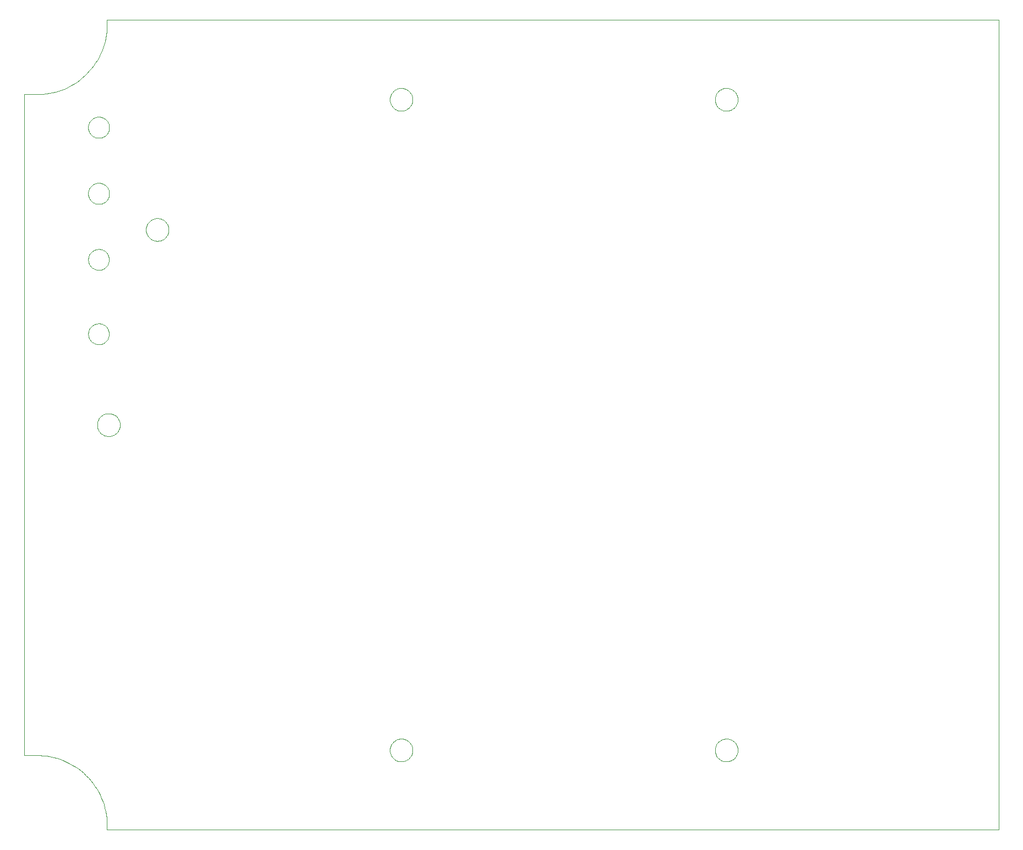
<source format=gbp>
G75*
G70*
%OFA0B0*%
%FSLAX24Y24*%
%IPPOS*%
%LPD*%
%AMOC8*
5,1,8,0,0,1.08239X$1,22.5*
%
%ADD10C,0.0000*%
D10*
X003675Y007675D02*
X003884Y007682D01*
X004093Y007679D01*
X004301Y007665D01*
X004509Y007642D01*
X004715Y007608D01*
X004919Y007564D01*
X005121Y007510D01*
X005320Y007447D01*
X005516Y007374D01*
X005708Y007291D01*
X005895Y007199D01*
X006078Y007097D01*
X006256Y006987D01*
X006428Y006869D01*
X006594Y006742D01*
X006753Y006607D01*
X006906Y006464D01*
X007051Y006314D01*
X007189Y006157D01*
X007320Y005994D01*
X007442Y005824D01*
X007555Y005649D01*
X007660Y005468D01*
X007756Y005282D01*
X007842Y005092D01*
X007919Y004898D01*
X007987Y004700D01*
X008044Y004499D01*
X008092Y004296D01*
X008130Y004090D01*
X008157Y003883D01*
X008175Y003675D01*
X008175Y003175D01*
X062175Y003175D01*
X062175Y052175D01*
X008175Y052175D01*
X008175Y051675D01*
X008158Y051473D01*
X008132Y051272D01*
X008096Y051073D01*
X008051Y050875D01*
X007996Y050680D01*
X007932Y050488D01*
X007859Y050299D01*
X007777Y050113D01*
X007687Y049932D01*
X007588Y049756D01*
X007480Y049584D01*
X007365Y049417D01*
X007242Y049256D01*
X007111Y049102D01*
X006973Y048953D01*
X006828Y048811D01*
X006677Y048677D01*
X006519Y048550D01*
X006355Y048430D01*
X006186Y048318D01*
X006012Y048215D01*
X005833Y048120D01*
X005650Y048033D01*
X005463Y047956D01*
X005272Y047887D01*
X005079Y047827D01*
X004882Y047777D01*
X004684Y047736D01*
X004484Y047705D01*
X004282Y047683D01*
X004080Y047671D01*
X003878Y047668D01*
X003675Y047675D01*
X003175Y047675D01*
X003175Y007675D01*
X003675Y007675D01*
X025301Y007990D02*
X025303Y008042D01*
X025309Y008094D01*
X025319Y008145D01*
X025332Y008195D01*
X025350Y008245D01*
X025371Y008292D01*
X025395Y008338D01*
X025424Y008382D01*
X025455Y008424D01*
X025489Y008463D01*
X025526Y008500D01*
X025566Y008533D01*
X025609Y008564D01*
X025653Y008591D01*
X025699Y008615D01*
X025748Y008635D01*
X025797Y008651D01*
X025848Y008664D01*
X025899Y008673D01*
X025951Y008678D01*
X026003Y008679D01*
X026055Y008676D01*
X026107Y008669D01*
X026158Y008658D01*
X026208Y008644D01*
X026257Y008625D01*
X026304Y008603D01*
X026349Y008578D01*
X026393Y008549D01*
X026434Y008517D01*
X026473Y008482D01*
X026508Y008444D01*
X026541Y008403D01*
X026571Y008361D01*
X026597Y008316D01*
X026620Y008269D01*
X026639Y008220D01*
X026655Y008170D01*
X026667Y008120D01*
X026675Y008068D01*
X026679Y008016D01*
X026679Y007964D01*
X026675Y007912D01*
X026667Y007860D01*
X026655Y007810D01*
X026639Y007760D01*
X026620Y007711D01*
X026597Y007664D01*
X026571Y007619D01*
X026541Y007577D01*
X026508Y007536D01*
X026473Y007498D01*
X026434Y007463D01*
X026393Y007431D01*
X026349Y007402D01*
X026304Y007377D01*
X026257Y007355D01*
X026208Y007336D01*
X026158Y007322D01*
X026107Y007311D01*
X026055Y007304D01*
X026003Y007301D01*
X025951Y007302D01*
X025899Y007307D01*
X025848Y007316D01*
X025797Y007329D01*
X025748Y007345D01*
X025699Y007365D01*
X025653Y007389D01*
X025609Y007416D01*
X025566Y007447D01*
X025526Y007480D01*
X025489Y007517D01*
X025455Y007556D01*
X025424Y007598D01*
X025395Y007642D01*
X025371Y007688D01*
X025350Y007735D01*
X025332Y007785D01*
X025319Y007835D01*
X025309Y007886D01*
X025303Y007938D01*
X025301Y007990D01*
X044986Y007990D02*
X044988Y008042D01*
X044994Y008094D01*
X045004Y008145D01*
X045017Y008195D01*
X045035Y008245D01*
X045056Y008292D01*
X045080Y008338D01*
X045109Y008382D01*
X045140Y008424D01*
X045174Y008463D01*
X045211Y008500D01*
X045251Y008533D01*
X045294Y008564D01*
X045338Y008591D01*
X045384Y008615D01*
X045433Y008635D01*
X045482Y008651D01*
X045533Y008664D01*
X045584Y008673D01*
X045636Y008678D01*
X045688Y008679D01*
X045740Y008676D01*
X045792Y008669D01*
X045843Y008658D01*
X045893Y008644D01*
X045942Y008625D01*
X045989Y008603D01*
X046034Y008578D01*
X046078Y008549D01*
X046119Y008517D01*
X046158Y008482D01*
X046193Y008444D01*
X046226Y008403D01*
X046256Y008361D01*
X046282Y008316D01*
X046305Y008269D01*
X046324Y008220D01*
X046340Y008170D01*
X046352Y008120D01*
X046360Y008068D01*
X046364Y008016D01*
X046364Y007964D01*
X046360Y007912D01*
X046352Y007860D01*
X046340Y007810D01*
X046324Y007760D01*
X046305Y007711D01*
X046282Y007664D01*
X046256Y007619D01*
X046226Y007577D01*
X046193Y007536D01*
X046158Y007498D01*
X046119Y007463D01*
X046078Y007431D01*
X046034Y007402D01*
X045989Y007377D01*
X045942Y007355D01*
X045893Y007336D01*
X045843Y007322D01*
X045792Y007311D01*
X045740Y007304D01*
X045688Y007301D01*
X045636Y007302D01*
X045584Y007307D01*
X045533Y007316D01*
X045482Y007329D01*
X045433Y007345D01*
X045384Y007365D01*
X045338Y007389D01*
X045294Y007416D01*
X045251Y007447D01*
X045211Y007480D01*
X045174Y007517D01*
X045140Y007556D01*
X045109Y007598D01*
X045080Y007642D01*
X045056Y007688D01*
X045035Y007735D01*
X045017Y007785D01*
X045004Y007835D01*
X044994Y007886D01*
X044988Y007938D01*
X044986Y007990D01*
X007584Y027675D02*
X007586Y027727D01*
X007592Y027779D01*
X007602Y027830D01*
X007615Y027880D01*
X007633Y027930D01*
X007654Y027977D01*
X007678Y028023D01*
X007707Y028067D01*
X007738Y028109D01*
X007772Y028148D01*
X007809Y028185D01*
X007849Y028218D01*
X007892Y028249D01*
X007936Y028276D01*
X007982Y028300D01*
X008031Y028320D01*
X008080Y028336D01*
X008131Y028349D01*
X008182Y028358D01*
X008234Y028363D01*
X008286Y028364D01*
X008338Y028361D01*
X008390Y028354D01*
X008441Y028343D01*
X008491Y028329D01*
X008540Y028310D01*
X008587Y028288D01*
X008632Y028263D01*
X008676Y028234D01*
X008717Y028202D01*
X008756Y028167D01*
X008791Y028129D01*
X008824Y028088D01*
X008854Y028046D01*
X008880Y028001D01*
X008903Y027954D01*
X008922Y027905D01*
X008938Y027855D01*
X008950Y027805D01*
X008958Y027753D01*
X008962Y027701D01*
X008962Y027649D01*
X008958Y027597D01*
X008950Y027545D01*
X008938Y027495D01*
X008922Y027445D01*
X008903Y027396D01*
X008880Y027349D01*
X008854Y027304D01*
X008824Y027262D01*
X008791Y027221D01*
X008756Y027183D01*
X008717Y027148D01*
X008676Y027116D01*
X008632Y027087D01*
X008587Y027062D01*
X008540Y027040D01*
X008491Y027021D01*
X008441Y027007D01*
X008390Y026996D01*
X008338Y026989D01*
X008286Y026986D01*
X008234Y026987D01*
X008182Y026992D01*
X008131Y027001D01*
X008080Y027014D01*
X008031Y027030D01*
X007982Y027050D01*
X007936Y027074D01*
X007892Y027101D01*
X007849Y027132D01*
X007809Y027165D01*
X007772Y027202D01*
X007738Y027241D01*
X007707Y027283D01*
X007678Y027327D01*
X007654Y027373D01*
X007633Y027420D01*
X007615Y027470D01*
X007602Y027520D01*
X007592Y027571D01*
X007586Y027623D01*
X007584Y027675D01*
X007045Y033175D02*
X007047Y033225D01*
X007053Y033275D01*
X007063Y033324D01*
X007077Y033372D01*
X007094Y033419D01*
X007115Y033464D01*
X007140Y033508D01*
X007168Y033549D01*
X007200Y033588D01*
X007234Y033625D01*
X007271Y033659D01*
X007311Y033689D01*
X007353Y033716D01*
X007397Y033740D01*
X007443Y033761D01*
X007490Y033777D01*
X007538Y033790D01*
X007588Y033799D01*
X007637Y033804D01*
X007688Y033805D01*
X007738Y033802D01*
X007787Y033795D01*
X007836Y033784D01*
X007884Y033769D01*
X007930Y033751D01*
X007975Y033729D01*
X008018Y033703D01*
X008059Y033674D01*
X008098Y033642D01*
X008134Y033607D01*
X008166Y033569D01*
X008196Y033529D01*
X008223Y033486D01*
X008246Y033442D01*
X008265Y033396D01*
X008281Y033348D01*
X008293Y033299D01*
X008301Y033250D01*
X008305Y033200D01*
X008305Y033150D01*
X008301Y033100D01*
X008293Y033051D01*
X008281Y033002D01*
X008265Y032954D01*
X008246Y032908D01*
X008223Y032864D01*
X008196Y032821D01*
X008166Y032781D01*
X008134Y032743D01*
X008098Y032708D01*
X008059Y032676D01*
X008018Y032647D01*
X007975Y032621D01*
X007930Y032599D01*
X007884Y032581D01*
X007836Y032566D01*
X007787Y032555D01*
X007738Y032548D01*
X007688Y032545D01*
X007637Y032546D01*
X007588Y032551D01*
X007538Y032560D01*
X007490Y032573D01*
X007443Y032589D01*
X007397Y032610D01*
X007353Y032634D01*
X007311Y032661D01*
X007271Y032691D01*
X007234Y032725D01*
X007200Y032762D01*
X007168Y032801D01*
X007140Y032842D01*
X007115Y032886D01*
X007094Y032931D01*
X007077Y032978D01*
X007063Y033026D01*
X007053Y033075D01*
X007047Y033125D01*
X007045Y033175D01*
X007045Y037675D02*
X007047Y037725D01*
X007053Y037775D01*
X007063Y037824D01*
X007077Y037872D01*
X007094Y037919D01*
X007115Y037964D01*
X007140Y038008D01*
X007168Y038049D01*
X007200Y038088D01*
X007234Y038125D01*
X007271Y038159D01*
X007311Y038189D01*
X007353Y038216D01*
X007397Y038240D01*
X007443Y038261D01*
X007490Y038277D01*
X007538Y038290D01*
X007588Y038299D01*
X007637Y038304D01*
X007688Y038305D01*
X007738Y038302D01*
X007787Y038295D01*
X007836Y038284D01*
X007884Y038269D01*
X007930Y038251D01*
X007975Y038229D01*
X008018Y038203D01*
X008059Y038174D01*
X008098Y038142D01*
X008134Y038107D01*
X008166Y038069D01*
X008196Y038029D01*
X008223Y037986D01*
X008246Y037942D01*
X008265Y037896D01*
X008281Y037848D01*
X008293Y037799D01*
X008301Y037750D01*
X008305Y037700D01*
X008305Y037650D01*
X008301Y037600D01*
X008293Y037551D01*
X008281Y037502D01*
X008265Y037454D01*
X008246Y037408D01*
X008223Y037364D01*
X008196Y037321D01*
X008166Y037281D01*
X008134Y037243D01*
X008098Y037208D01*
X008059Y037176D01*
X008018Y037147D01*
X007975Y037121D01*
X007930Y037099D01*
X007884Y037081D01*
X007836Y037066D01*
X007787Y037055D01*
X007738Y037048D01*
X007688Y037045D01*
X007637Y037046D01*
X007588Y037051D01*
X007538Y037060D01*
X007490Y037073D01*
X007443Y037089D01*
X007397Y037110D01*
X007353Y037134D01*
X007311Y037161D01*
X007271Y037191D01*
X007234Y037225D01*
X007200Y037262D01*
X007168Y037301D01*
X007140Y037342D01*
X007115Y037386D01*
X007094Y037431D01*
X007077Y037478D01*
X007063Y037526D01*
X007053Y037575D01*
X007047Y037625D01*
X007045Y037675D01*
X010537Y039486D02*
X010539Y039538D01*
X010545Y039590D01*
X010555Y039641D01*
X010568Y039691D01*
X010586Y039741D01*
X010607Y039788D01*
X010631Y039834D01*
X010660Y039878D01*
X010691Y039920D01*
X010725Y039959D01*
X010762Y039996D01*
X010802Y040029D01*
X010845Y040060D01*
X010889Y040087D01*
X010935Y040111D01*
X010984Y040131D01*
X011033Y040147D01*
X011084Y040160D01*
X011135Y040169D01*
X011187Y040174D01*
X011239Y040175D01*
X011291Y040172D01*
X011343Y040165D01*
X011394Y040154D01*
X011444Y040140D01*
X011493Y040121D01*
X011540Y040099D01*
X011585Y040074D01*
X011629Y040045D01*
X011670Y040013D01*
X011709Y039978D01*
X011744Y039940D01*
X011777Y039899D01*
X011807Y039857D01*
X011833Y039812D01*
X011856Y039765D01*
X011875Y039716D01*
X011891Y039666D01*
X011903Y039616D01*
X011911Y039564D01*
X011915Y039512D01*
X011915Y039460D01*
X011911Y039408D01*
X011903Y039356D01*
X011891Y039306D01*
X011875Y039256D01*
X011856Y039207D01*
X011833Y039160D01*
X011807Y039115D01*
X011777Y039073D01*
X011744Y039032D01*
X011709Y038994D01*
X011670Y038959D01*
X011629Y038927D01*
X011585Y038898D01*
X011540Y038873D01*
X011493Y038851D01*
X011444Y038832D01*
X011394Y038818D01*
X011343Y038807D01*
X011291Y038800D01*
X011239Y038797D01*
X011187Y038798D01*
X011135Y038803D01*
X011084Y038812D01*
X011033Y038825D01*
X010984Y038841D01*
X010935Y038861D01*
X010889Y038885D01*
X010845Y038912D01*
X010802Y038943D01*
X010762Y038976D01*
X010725Y039013D01*
X010691Y039052D01*
X010660Y039094D01*
X010631Y039138D01*
X010607Y039184D01*
X010586Y039231D01*
X010568Y039281D01*
X010555Y039331D01*
X010545Y039382D01*
X010539Y039434D01*
X010537Y039486D01*
X007035Y041675D02*
X007037Y041725D01*
X007043Y041775D01*
X007053Y041824D01*
X007066Y041873D01*
X007084Y041920D01*
X007105Y041966D01*
X007129Y042009D01*
X007157Y042051D01*
X007188Y042091D01*
X007222Y042128D01*
X007259Y042162D01*
X007299Y042193D01*
X007341Y042221D01*
X007384Y042245D01*
X007430Y042266D01*
X007477Y042284D01*
X007526Y042297D01*
X007575Y042307D01*
X007625Y042313D01*
X007675Y042315D01*
X007725Y042313D01*
X007775Y042307D01*
X007824Y042297D01*
X007873Y042284D01*
X007920Y042266D01*
X007966Y042245D01*
X008009Y042221D01*
X008051Y042193D01*
X008091Y042162D01*
X008128Y042128D01*
X008162Y042091D01*
X008193Y042051D01*
X008221Y042009D01*
X008245Y041966D01*
X008266Y041920D01*
X008284Y041873D01*
X008297Y041824D01*
X008307Y041775D01*
X008313Y041725D01*
X008315Y041675D01*
X008313Y041625D01*
X008307Y041575D01*
X008297Y041526D01*
X008284Y041477D01*
X008266Y041430D01*
X008245Y041384D01*
X008221Y041341D01*
X008193Y041299D01*
X008162Y041259D01*
X008128Y041222D01*
X008091Y041188D01*
X008051Y041157D01*
X008009Y041129D01*
X007966Y041105D01*
X007920Y041084D01*
X007873Y041066D01*
X007824Y041053D01*
X007775Y041043D01*
X007725Y041037D01*
X007675Y041035D01*
X007625Y041037D01*
X007575Y041043D01*
X007526Y041053D01*
X007477Y041066D01*
X007430Y041084D01*
X007384Y041105D01*
X007341Y041129D01*
X007299Y041157D01*
X007259Y041188D01*
X007222Y041222D01*
X007188Y041259D01*
X007157Y041299D01*
X007129Y041341D01*
X007105Y041384D01*
X007084Y041430D01*
X007066Y041477D01*
X007053Y041526D01*
X007043Y041575D01*
X007037Y041625D01*
X007035Y041675D01*
X007035Y045675D02*
X007037Y045725D01*
X007043Y045775D01*
X007053Y045824D01*
X007066Y045873D01*
X007084Y045920D01*
X007105Y045966D01*
X007129Y046009D01*
X007157Y046051D01*
X007188Y046091D01*
X007222Y046128D01*
X007259Y046162D01*
X007299Y046193D01*
X007341Y046221D01*
X007384Y046245D01*
X007430Y046266D01*
X007477Y046284D01*
X007526Y046297D01*
X007575Y046307D01*
X007625Y046313D01*
X007675Y046315D01*
X007725Y046313D01*
X007775Y046307D01*
X007824Y046297D01*
X007873Y046284D01*
X007920Y046266D01*
X007966Y046245D01*
X008009Y046221D01*
X008051Y046193D01*
X008091Y046162D01*
X008128Y046128D01*
X008162Y046091D01*
X008193Y046051D01*
X008221Y046009D01*
X008245Y045966D01*
X008266Y045920D01*
X008284Y045873D01*
X008297Y045824D01*
X008307Y045775D01*
X008313Y045725D01*
X008315Y045675D01*
X008313Y045625D01*
X008307Y045575D01*
X008297Y045526D01*
X008284Y045477D01*
X008266Y045430D01*
X008245Y045384D01*
X008221Y045341D01*
X008193Y045299D01*
X008162Y045259D01*
X008128Y045222D01*
X008091Y045188D01*
X008051Y045157D01*
X008009Y045129D01*
X007966Y045105D01*
X007920Y045084D01*
X007873Y045066D01*
X007824Y045053D01*
X007775Y045043D01*
X007725Y045037D01*
X007675Y045035D01*
X007625Y045037D01*
X007575Y045043D01*
X007526Y045053D01*
X007477Y045066D01*
X007430Y045084D01*
X007384Y045105D01*
X007341Y045129D01*
X007299Y045157D01*
X007259Y045188D01*
X007222Y045222D01*
X007188Y045259D01*
X007157Y045299D01*
X007129Y045341D01*
X007105Y045384D01*
X007084Y045430D01*
X007066Y045477D01*
X007053Y045526D01*
X007043Y045575D01*
X007037Y045625D01*
X007035Y045675D01*
X025301Y047360D02*
X025303Y047412D01*
X025309Y047464D01*
X025319Y047515D01*
X025332Y047565D01*
X025350Y047615D01*
X025371Y047662D01*
X025395Y047708D01*
X025424Y047752D01*
X025455Y047794D01*
X025489Y047833D01*
X025526Y047870D01*
X025566Y047903D01*
X025609Y047934D01*
X025653Y047961D01*
X025699Y047985D01*
X025748Y048005D01*
X025797Y048021D01*
X025848Y048034D01*
X025899Y048043D01*
X025951Y048048D01*
X026003Y048049D01*
X026055Y048046D01*
X026107Y048039D01*
X026158Y048028D01*
X026208Y048014D01*
X026257Y047995D01*
X026304Y047973D01*
X026349Y047948D01*
X026393Y047919D01*
X026434Y047887D01*
X026473Y047852D01*
X026508Y047814D01*
X026541Y047773D01*
X026571Y047731D01*
X026597Y047686D01*
X026620Y047639D01*
X026639Y047590D01*
X026655Y047540D01*
X026667Y047490D01*
X026675Y047438D01*
X026679Y047386D01*
X026679Y047334D01*
X026675Y047282D01*
X026667Y047230D01*
X026655Y047180D01*
X026639Y047130D01*
X026620Y047081D01*
X026597Y047034D01*
X026571Y046989D01*
X026541Y046947D01*
X026508Y046906D01*
X026473Y046868D01*
X026434Y046833D01*
X026393Y046801D01*
X026349Y046772D01*
X026304Y046747D01*
X026257Y046725D01*
X026208Y046706D01*
X026158Y046692D01*
X026107Y046681D01*
X026055Y046674D01*
X026003Y046671D01*
X025951Y046672D01*
X025899Y046677D01*
X025848Y046686D01*
X025797Y046699D01*
X025748Y046715D01*
X025699Y046735D01*
X025653Y046759D01*
X025609Y046786D01*
X025566Y046817D01*
X025526Y046850D01*
X025489Y046887D01*
X025455Y046926D01*
X025424Y046968D01*
X025395Y047012D01*
X025371Y047058D01*
X025350Y047105D01*
X025332Y047155D01*
X025319Y047205D01*
X025309Y047256D01*
X025303Y047308D01*
X025301Y047360D01*
X044986Y047360D02*
X044988Y047412D01*
X044994Y047464D01*
X045004Y047515D01*
X045017Y047565D01*
X045035Y047615D01*
X045056Y047662D01*
X045080Y047708D01*
X045109Y047752D01*
X045140Y047794D01*
X045174Y047833D01*
X045211Y047870D01*
X045251Y047903D01*
X045294Y047934D01*
X045338Y047961D01*
X045384Y047985D01*
X045433Y048005D01*
X045482Y048021D01*
X045533Y048034D01*
X045584Y048043D01*
X045636Y048048D01*
X045688Y048049D01*
X045740Y048046D01*
X045792Y048039D01*
X045843Y048028D01*
X045893Y048014D01*
X045942Y047995D01*
X045989Y047973D01*
X046034Y047948D01*
X046078Y047919D01*
X046119Y047887D01*
X046158Y047852D01*
X046193Y047814D01*
X046226Y047773D01*
X046256Y047731D01*
X046282Y047686D01*
X046305Y047639D01*
X046324Y047590D01*
X046340Y047540D01*
X046352Y047490D01*
X046360Y047438D01*
X046364Y047386D01*
X046364Y047334D01*
X046360Y047282D01*
X046352Y047230D01*
X046340Y047180D01*
X046324Y047130D01*
X046305Y047081D01*
X046282Y047034D01*
X046256Y046989D01*
X046226Y046947D01*
X046193Y046906D01*
X046158Y046868D01*
X046119Y046833D01*
X046078Y046801D01*
X046034Y046772D01*
X045989Y046747D01*
X045942Y046725D01*
X045893Y046706D01*
X045843Y046692D01*
X045792Y046681D01*
X045740Y046674D01*
X045688Y046671D01*
X045636Y046672D01*
X045584Y046677D01*
X045533Y046686D01*
X045482Y046699D01*
X045433Y046715D01*
X045384Y046735D01*
X045338Y046759D01*
X045294Y046786D01*
X045251Y046817D01*
X045211Y046850D01*
X045174Y046887D01*
X045140Y046926D01*
X045109Y046968D01*
X045080Y047012D01*
X045056Y047058D01*
X045035Y047105D01*
X045017Y047155D01*
X045004Y047205D01*
X044994Y047256D01*
X044988Y047308D01*
X044986Y047360D01*
M02*

</source>
